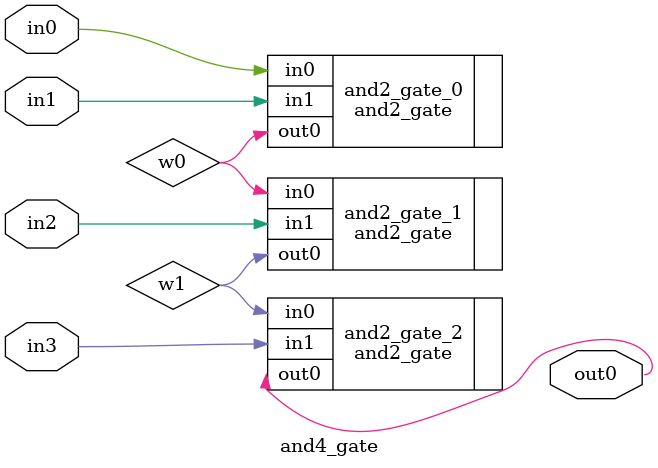
<source format=v>
`timescale 1ns / 1ps


module and4_gate(   input in0,
                    input in1,
                    input in2,
                    input in3,
                    output out0

    );
    wire w0,w1;
    and2_gate and2_gate_0(  .in0(in0),
                            .in1(in1),
                            .out0(w0)
    );
    and2_gate and2_gate_1(  .in0(w0),
                            .in1(in2),
                            .out0(w1)
    );
    and2_gate and2_gate_2(  .in0(w1),
                            .in1(in3),
                            .out0(out0)
    );
endmodule

</source>
